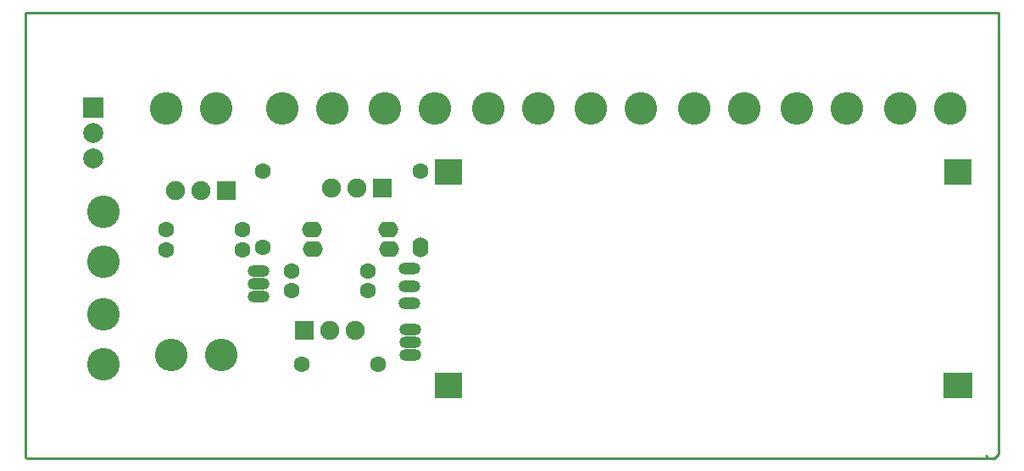
<source format=gts>
G04*
G04 #@! TF.GenerationSoftware,Altium Limited,Altium Designer,19.0.15 (446)*
G04*
G04 Layer_Color=8388736*
%FSLAX25Y25*%
%MOIN*%
G70*
G01*
G75*
%ADD12C,0.01000*%
%ADD18C,0.12800*%
%ADD19C,0.06312*%
%ADD20C,0.07493*%
%ADD21R,0.07493X0.07493*%
%ADD22O,0.08674X0.04737*%
%ADD23O,0.08674X0.04737*%
%ADD24C,0.07887*%
%ADD25R,0.07887X0.07887*%
%ADD26O,0.07887X0.06312*%
%ADD27O,0.06312X0.07887*%
%ADD28R,0.10800X0.10000*%
%ADD29R,0.11400X0.10000*%
D12*
X376600Y285000D02*
X759000D01*
X759100Y284900D01*
Y111100D02*
Y284900D01*
X757500Y109500D02*
X759100Y111100D01*
X377100Y109500D02*
X757500D01*
X376600Y110000D02*
X377100Y109500D01*
X376600Y110000D02*
Y285000D01*
X754100Y110600D02*
X754700Y110000D01*
D18*
X537600Y247200D02*
D03*
X517915D02*
D03*
X497100D02*
D03*
X477415D02*
D03*
X451500D02*
D03*
X431815D02*
D03*
X407100Y166143D02*
D03*
Y146457D02*
D03*
X407200Y187057D02*
D03*
Y206743D02*
D03*
X453585Y150200D02*
D03*
X433900D02*
D03*
X598915Y247200D02*
D03*
X618600D02*
D03*
X639357Y247100D02*
D03*
X659043D02*
D03*
X679857Y247200D02*
D03*
X699543D02*
D03*
X720357Y247300D02*
D03*
X740043D02*
D03*
X558457Y247200D02*
D03*
X578143D02*
D03*
D19*
X481100Y175600D02*
D03*
X511100D02*
D03*
X481100Y183400D02*
D03*
X511100D02*
D03*
X515200Y146600D02*
D03*
X485200D02*
D03*
X531700Y222600D02*
D03*
X431700Y199700D02*
D03*
X461700D02*
D03*
X469900Y222700D02*
D03*
Y192700D02*
D03*
X461700Y191700D02*
D03*
X431700D02*
D03*
D20*
X506200Y160000D02*
D03*
X496200D02*
D03*
X496800Y216000D02*
D03*
X506800D02*
D03*
X435600Y215000D02*
D03*
X445600D02*
D03*
D21*
X486200Y160000D02*
D03*
X516800Y216000D02*
D03*
X455600Y215000D02*
D03*
D22*
X527900Y160100D02*
D03*
Y150100D02*
D03*
X527400Y184252D02*
D03*
Y170472D02*
D03*
X468100Y183400D02*
D03*
Y173400D02*
D03*
D23*
X527900Y155100D02*
D03*
X527400Y177300D02*
D03*
X468100Y178400D02*
D03*
D24*
X403200Y237700D02*
D03*
Y227700D02*
D03*
D25*
Y247700D02*
D03*
D26*
X489300Y199700D02*
D03*
X519300D02*
D03*
X519400Y191800D02*
D03*
X489400D02*
D03*
D27*
X531700Y192600D02*
D03*
D28*
X542700Y222300D02*
D03*
Y138200D02*
D03*
X743300Y222300D02*
D03*
D29*
Y138200D02*
D03*
M02*

</source>
